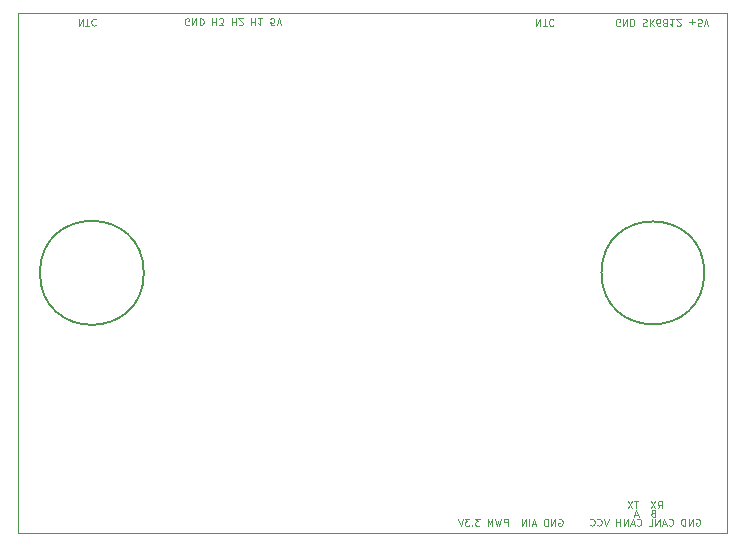
<source format=gbo>
G04 #@! TF.GenerationSoftware,KiCad,Pcbnew,5.1.4+dfsg1-1*
G04 #@! TF.CreationDate,2019-12-10T16:08:12+01:00*
G04 #@! TF.ProjectId,PAC5523,50414335-3532-4332-9e6b-696361645f70,rev?*
G04 #@! TF.SameCoordinates,Original*
G04 #@! TF.FileFunction,Legend,Bot*
G04 #@! TF.FilePolarity,Positive*
%FSLAX46Y46*%
G04 Gerber Fmt 4.6, Leading zero omitted, Abs format (unit mm)*
G04 Created by KiCad (PCBNEW 5.1.4+dfsg1-1) date 2019-12-10 16:08:12*
%MOMM*%
%LPD*%
G04 APERTURE LIST*
%ADD10C,0.100000*%
%ADD11C,0.150000*%
%ADD12C,0.050000*%
G04 APERTURE END LIST*
D10*
X25150000Y-23478571D02*
X25150000Y-24078571D01*
X25492857Y-23478571D01*
X25492857Y-24078571D01*
X25692857Y-24078571D02*
X26035714Y-24078571D01*
X25864285Y-23478571D02*
X25864285Y-24078571D01*
X26578571Y-23535714D02*
X26550000Y-23507142D01*
X26464285Y-23478571D01*
X26407142Y-23478571D01*
X26321428Y-23507142D01*
X26264285Y-23564285D01*
X26235714Y-23621428D01*
X26207142Y-23735714D01*
X26207142Y-23821428D01*
X26235714Y-23935714D01*
X26264285Y-23992857D01*
X26321428Y-24050000D01*
X26407142Y-24078571D01*
X26464285Y-24078571D01*
X26550000Y-24050000D01*
X26578571Y-24021428D01*
X34455714Y-24020000D02*
X34398571Y-24048571D01*
X34312857Y-24048571D01*
X34227142Y-24020000D01*
X34170000Y-23962857D01*
X34141428Y-23905714D01*
X34112857Y-23791428D01*
X34112857Y-23705714D01*
X34141428Y-23591428D01*
X34170000Y-23534285D01*
X34227142Y-23477142D01*
X34312857Y-23448571D01*
X34370000Y-23448571D01*
X34455714Y-23477142D01*
X34484285Y-23505714D01*
X34484285Y-23705714D01*
X34370000Y-23705714D01*
X34741428Y-23448571D02*
X34741428Y-24048571D01*
X35084285Y-23448571D01*
X35084285Y-24048571D01*
X35370000Y-23448571D02*
X35370000Y-24048571D01*
X35512857Y-24048571D01*
X35598571Y-24020000D01*
X35655714Y-23962857D01*
X35684285Y-23905714D01*
X35712857Y-23791428D01*
X35712857Y-23705714D01*
X35684285Y-23591428D01*
X35655714Y-23534285D01*
X35598571Y-23477142D01*
X35512857Y-23448571D01*
X35370000Y-23448571D01*
X36427142Y-23448571D02*
X36427142Y-24048571D01*
X36427142Y-23762857D02*
X36770000Y-23762857D01*
X36770000Y-23448571D02*
X36770000Y-24048571D01*
X36998571Y-24048571D02*
X37370000Y-24048571D01*
X37170000Y-23820000D01*
X37255714Y-23820000D01*
X37312857Y-23791428D01*
X37341428Y-23762857D01*
X37370000Y-23705714D01*
X37370000Y-23562857D01*
X37341428Y-23505714D01*
X37312857Y-23477142D01*
X37255714Y-23448571D01*
X37084285Y-23448571D01*
X37027142Y-23477142D01*
X36998571Y-23505714D01*
X38084285Y-23448571D02*
X38084285Y-24048571D01*
X38084285Y-23762857D02*
X38427142Y-23762857D01*
X38427142Y-23448571D02*
X38427142Y-24048571D01*
X38684285Y-23991428D02*
X38712857Y-24020000D01*
X38770000Y-24048571D01*
X38912857Y-24048571D01*
X38970000Y-24020000D01*
X38998571Y-23991428D01*
X39027142Y-23934285D01*
X39027142Y-23877142D01*
X38998571Y-23791428D01*
X38655714Y-23448571D01*
X39027142Y-23448571D01*
X39741428Y-23448571D02*
X39741428Y-24048571D01*
X39741428Y-23762857D02*
X40084285Y-23762857D01*
X40084285Y-23448571D02*
X40084285Y-24048571D01*
X40684285Y-23448571D02*
X40341428Y-23448571D01*
X40512857Y-23448571D02*
X40512857Y-24048571D01*
X40455714Y-23962857D01*
X40398571Y-23905714D01*
X40341428Y-23877142D01*
X41684285Y-24048571D02*
X41398571Y-24048571D01*
X41370000Y-23762857D01*
X41398571Y-23791428D01*
X41455714Y-23820000D01*
X41598571Y-23820000D01*
X41655714Y-23791428D01*
X41684285Y-23762857D01*
X41712857Y-23705714D01*
X41712857Y-23562857D01*
X41684285Y-23505714D01*
X41655714Y-23477142D01*
X41598571Y-23448571D01*
X41455714Y-23448571D01*
X41398571Y-23477142D01*
X41370000Y-23505714D01*
X41884285Y-24048571D02*
X42084285Y-23448571D01*
X42284285Y-24048571D01*
X63890000Y-23508571D02*
X63890000Y-24108571D01*
X64232857Y-23508571D01*
X64232857Y-24108571D01*
X64432857Y-24108571D02*
X64775714Y-24108571D01*
X64604285Y-23508571D02*
X64604285Y-24108571D01*
X65318571Y-23565714D02*
X65290000Y-23537142D01*
X65204285Y-23508571D01*
X65147142Y-23508571D01*
X65061428Y-23537142D01*
X65004285Y-23594285D01*
X64975714Y-23651428D01*
X64947142Y-23765714D01*
X64947142Y-23851428D01*
X64975714Y-23965714D01*
X65004285Y-24022857D01*
X65061428Y-24080000D01*
X65147142Y-24108571D01*
X65204285Y-24108571D01*
X65290000Y-24080000D01*
X65318571Y-24051428D01*
X70932857Y-24080000D02*
X70875714Y-24108571D01*
X70790000Y-24108571D01*
X70704285Y-24080000D01*
X70647142Y-24022857D01*
X70618571Y-23965714D01*
X70590000Y-23851428D01*
X70590000Y-23765714D01*
X70618571Y-23651428D01*
X70647142Y-23594285D01*
X70704285Y-23537142D01*
X70790000Y-23508571D01*
X70847142Y-23508571D01*
X70932857Y-23537142D01*
X70961428Y-23565714D01*
X70961428Y-23765714D01*
X70847142Y-23765714D01*
X71218571Y-23508571D02*
X71218571Y-24108571D01*
X71561428Y-23508571D01*
X71561428Y-24108571D01*
X71847142Y-23508571D02*
X71847142Y-24108571D01*
X71990000Y-24108571D01*
X72075714Y-24080000D01*
X72132857Y-24022857D01*
X72161428Y-23965714D01*
X72190000Y-23851428D01*
X72190000Y-23765714D01*
X72161428Y-23651428D01*
X72132857Y-23594285D01*
X72075714Y-23537142D01*
X71990000Y-23508571D01*
X71847142Y-23508571D01*
X72875714Y-23537142D02*
X72961428Y-23508571D01*
X73104285Y-23508571D01*
X73161428Y-23537142D01*
X73190000Y-23565714D01*
X73218571Y-23622857D01*
X73218571Y-23680000D01*
X73190000Y-23737142D01*
X73161428Y-23765714D01*
X73104285Y-23794285D01*
X72990000Y-23822857D01*
X72932857Y-23851428D01*
X72904285Y-23880000D01*
X72875714Y-23937142D01*
X72875714Y-23994285D01*
X72904285Y-24051428D01*
X72932857Y-24080000D01*
X72990000Y-24108571D01*
X73132857Y-24108571D01*
X73218571Y-24080000D01*
X73475714Y-23508571D02*
X73475714Y-24108571D01*
X73818571Y-23508571D02*
X73561428Y-23851428D01*
X73818571Y-24108571D02*
X73475714Y-23765714D01*
X74332857Y-24108571D02*
X74218571Y-24108571D01*
X74161428Y-24080000D01*
X74132857Y-24051428D01*
X74075714Y-23965714D01*
X74047142Y-23851428D01*
X74047142Y-23622857D01*
X74075714Y-23565714D01*
X74104285Y-23537142D01*
X74161428Y-23508571D01*
X74275714Y-23508571D01*
X74332857Y-23537142D01*
X74361428Y-23565714D01*
X74390000Y-23622857D01*
X74390000Y-23765714D01*
X74361428Y-23822857D01*
X74332857Y-23851428D01*
X74275714Y-23880000D01*
X74161428Y-23880000D01*
X74104285Y-23851428D01*
X74075714Y-23822857D01*
X74047142Y-23765714D01*
X74732857Y-23851428D02*
X74675714Y-23880000D01*
X74647142Y-23908571D01*
X74618571Y-23965714D01*
X74618571Y-23994285D01*
X74647142Y-24051428D01*
X74675714Y-24080000D01*
X74732857Y-24108571D01*
X74847142Y-24108571D01*
X74904285Y-24080000D01*
X74932857Y-24051428D01*
X74961428Y-23994285D01*
X74961428Y-23965714D01*
X74932857Y-23908571D01*
X74904285Y-23880000D01*
X74847142Y-23851428D01*
X74732857Y-23851428D01*
X74675714Y-23822857D01*
X74647142Y-23794285D01*
X74618571Y-23737142D01*
X74618571Y-23622857D01*
X74647142Y-23565714D01*
X74675714Y-23537142D01*
X74732857Y-23508571D01*
X74847142Y-23508571D01*
X74904285Y-23537142D01*
X74932857Y-23565714D01*
X74961428Y-23622857D01*
X74961428Y-23737142D01*
X74932857Y-23794285D01*
X74904285Y-23822857D01*
X74847142Y-23851428D01*
X75532857Y-23508571D02*
X75190000Y-23508571D01*
X75361428Y-23508571D02*
X75361428Y-24108571D01*
X75304285Y-24022857D01*
X75247142Y-23965714D01*
X75190000Y-23937142D01*
X75761428Y-24051428D02*
X75790000Y-24080000D01*
X75847142Y-24108571D01*
X75990000Y-24108571D01*
X76047142Y-24080000D01*
X76075714Y-24051428D01*
X76104285Y-23994285D01*
X76104285Y-23937142D01*
X76075714Y-23851428D01*
X75732857Y-23508571D01*
X76104285Y-23508571D01*
X76818571Y-23737142D02*
X77275714Y-23737142D01*
X77047142Y-23508571D02*
X77047142Y-23965714D01*
X77847142Y-24108571D02*
X77561428Y-24108571D01*
X77532857Y-23822857D01*
X77561428Y-23851428D01*
X77618571Y-23880000D01*
X77761428Y-23880000D01*
X77818571Y-23851428D01*
X77847142Y-23822857D01*
X77875714Y-23765714D01*
X77875714Y-23622857D01*
X77847142Y-23565714D01*
X77818571Y-23537142D01*
X77761428Y-23508571D01*
X77618571Y-23508571D01*
X77561428Y-23537142D01*
X77532857Y-23565714D01*
X78047142Y-24108571D02*
X78247142Y-23508571D01*
X78447142Y-24108571D01*
X74161428Y-64931428D02*
X74361428Y-64645714D01*
X74504285Y-64931428D02*
X74504285Y-64331428D01*
X74275714Y-64331428D01*
X74218571Y-64360000D01*
X74190000Y-64388571D01*
X74161428Y-64445714D01*
X74161428Y-64531428D01*
X74190000Y-64588571D01*
X74218571Y-64617142D01*
X74275714Y-64645714D01*
X74504285Y-64645714D01*
X73961428Y-64331428D02*
X73561428Y-64931428D01*
X73561428Y-64331428D02*
X73961428Y-64931428D01*
X72504285Y-64331428D02*
X72161428Y-64331428D01*
X72332857Y-64931428D02*
X72332857Y-64331428D01*
X72018571Y-64331428D02*
X71618571Y-64931428D01*
X71618571Y-64331428D02*
X72018571Y-64931428D01*
X73761428Y-65337142D02*
X73675714Y-65365714D01*
X73647142Y-65394285D01*
X73618571Y-65451428D01*
X73618571Y-65537142D01*
X73647142Y-65594285D01*
X73675714Y-65622857D01*
X73732857Y-65651428D01*
X73961428Y-65651428D01*
X73961428Y-65051428D01*
X73761428Y-65051428D01*
X73704285Y-65080000D01*
X73675714Y-65108571D01*
X73647142Y-65165714D01*
X73647142Y-65222857D01*
X73675714Y-65280000D01*
X73704285Y-65308571D01*
X73761428Y-65337142D01*
X73961428Y-65337142D01*
X72475714Y-65480000D02*
X72190000Y-65480000D01*
X72532857Y-65651428D02*
X72332857Y-65051428D01*
X72132857Y-65651428D01*
X77400000Y-65830000D02*
X77457142Y-65801428D01*
X77542857Y-65801428D01*
X77628571Y-65830000D01*
X77685714Y-65887142D01*
X77714285Y-65944285D01*
X77742857Y-66058571D01*
X77742857Y-66144285D01*
X77714285Y-66258571D01*
X77685714Y-66315714D01*
X77628571Y-66372857D01*
X77542857Y-66401428D01*
X77485714Y-66401428D01*
X77400000Y-66372857D01*
X77371428Y-66344285D01*
X77371428Y-66144285D01*
X77485714Y-66144285D01*
X77114285Y-66401428D02*
X77114285Y-65801428D01*
X76771428Y-66401428D01*
X76771428Y-65801428D01*
X76485714Y-66401428D02*
X76485714Y-65801428D01*
X76342857Y-65801428D01*
X76257142Y-65830000D01*
X76200000Y-65887142D01*
X76171428Y-65944285D01*
X76142857Y-66058571D01*
X76142857Y-66144285D01*
X76171428Y-66258571D01*
X76200000Y-66315714D01*
X76257142Y-66372857D01*
X76342857Y-66401428D01*
X76485714Y-66401428D01*
X75085714Y-66344285D02*
X75114285Y-66372857D01*
X75200000Y-66401428D01*
X75257142Y-66401428D01*
X75342857Y-66372857D01*
X75400000Y-66315714D01*
X75428571Y-66258571D01*
X75457142Y-66144285D01*
X75457142Y-66058571D01*
X75428571Y-65944285D01*
X75400000Y-65887142D01*
X75342857Y-65830000D01*
X75257142Y-65801428D01*
X75200000Y-65801428D01*
X75114285Y-65830000D01*
X75085714Y-65858571D01*
X74857142Y-66230000D02*
X74571428Y-66230000D01*
X74914285Y-66401428D02*
X74714285Y-65801428D01*
X74514285Y-66401428D01*
X74314285Y-66401428D02*
X74314285Y-65801428D01*
X73971428Y-66401428D01*
X73971428Y-65801428D01*
X73400000Y-66401428D02*
X73685714Y-66401428D01*
X73685714Y-65801428D01*
X72400000Y-66344285D02*
X72428571Y-66372857D01*
X72514285Y-66401428D01*
X72571428Y-66401428D01*
X72657142Y-66372857D01*
X72714285Y-66315714D01*
X72742857Y-66258571D01*
X72771428Y-66144285D01*
X72771428Y-66058571D01*
X72742857Y-65944285D01*
X72714285Y-65887142D01*
X72657142Y-65830000D01*
X72571428Y-65801428D01*
X72514285Y-65801428D01*
X72428571Y-65830000D01*
X72400000Y-65858571D01*
X72171428Y-66230000D02*
X71885714Y-66230000D01*
X72228571Y-66401428D02*
X72028571Y-65801428D01*
X71828571Y-66401428D01*
X71628571Y-66401428D02*
X71628571Y-65801428D01*
X71285714Y-66401428D01*
X71285714Y-65801428D01*
X71000000Y-66401428D02*
X71000000Y-65801428D01*
X71000000Y-66087142D02*
X70657142Y-66087142D01*
X70657142Y-66401428D02*
X70657142Y-65801428D01*
X70000000Y-65801428D02*
X69800000Y-66401428D01*
X69600000Y-65801428D01*
X69057142Y-66344285D02*
X69085714Y-66372857D01*
X69171428Y-66401428D01*
X69228571Y-66401428D01*
X69314285Y-66372857D01*
X69371428Y-66315714D01*
X69400000Y-66258571D01*
X69428571Y-66144285D01*
X69428571Y-66058571D01*
X69400000Y-65944285D01*
X69371428Y-65887142D01*
X69314285Y-65830000D01*
X69228571Y-65801428D01*
X69171428Y-65801428D01*
X69085714Y-65830000D01*
X69057142Y-65858571D01*
X68457142Y-66344285D02*
X68485714Y-66372857D01*
X68571428Y-66401428D01*
X68628571Y-66401428D01*
X68714285Y-66372857D01*
X68771428Y-66315714D01*
X68800000Y-66258571D01*
X68828571Y-66144285D01*
X68828571Y-66058571D01*
X68800000Y-65944285D01*
X68771428Y-65887142D01*
X68714285Y-65830000D01*
X68628571Y-65801428D01*
X68571428Y-65801428D01*
X68485714Y-65830000D01*
X68457142Y-65858571D01*
X65762857Y-65850000D02*
X65820000Y-65821428D01*
X65905714Y-65821428D01*
X65991428Y-65850000D01*
X66048571Y-65907142D01*
X66077142Y-65964285D01*
X66105714Y-66078571D01*
X66105714Y-66164285D01*
X66077142Y-66278571D01*
X66048571Y-66335714D01*
X65991428Y-66392857D01*
X65905714Y-66421428D01*
X65848571Y-66421428D01*
X65762857Y-66392857D01*
X65734285Y-66364285D01*
X65734285Y-66164285D01*
X65848571Y-66164285D01*
X65477142Y-66421428D02*
X65477142Y-65821428D01*
X65134285Y-66421428D01*
X65134285Y-65821428D01*
X64848571Y-66421428D02*
X64848571Y-65821428D01*
X64705714Y-65821428D01*
X64620000Y-65850000D01*
X64562857Y-65907142D01*
X64534285Y-65964285D01*
X64505714Y-66078571D01*
X64505714Y-66164285D01*
X64534285Y-66278571D01*
X64562857Y-66335714D01*
X64620000Y-66392857D01*
X64705714Y-66421428D01*
X64848571Y-66421428D01*
X63820000Y-66250000D02*
X63534285Y-66250000D01*
X63877142Y-66421428D02*
X63677142Y-65821428D01*
X63477142Y-66421428D01*
X63277142Y-66421428D02*
X63277142Y-65821428D01*
X62991428Y-66421428D02*
X62991428Y-65821428D01*
X62648571Y-66421428D01*
X62648571Y-65821428D01*
X61448571Y-66421428D02*
X61448571Y-65821428D01*
X61220000Y-65821428D01*
X61162857Y-65850000D01*
X61134285Y-65878571D01*
X61105714Y-65935714D01*
X61105714Y-66021428D01*
X61134285Y-66078571D01*
X61162857Y-66107142D01*
X61220000Y-66135714D01*
X61448571Y-66135714D01*
X60905714Y-65821428D02*
X60762857Y-66421428D01*
X60648571Y-65992857D01*
X60534285Y-66421428D01*
X60391428Y-65821428D01*
X60162857Y-66421428D02*
X60162857Y-65821428D01*
X59962857Y-66250000D01*
X59762857Y-65821428D01*
X59762857Y-66421428D01*
X59077142Y-65821428D02*
X58705714Y-65821428D01*
X58905714Y-66050000D01*
X58820000Y-66050000D01*
X58762857Y-66078571D01*
X58734285Y-66107142D01*
X58705714Y-66164285D01*
X58705714Y-66307142D01*
X58734285Y-66364285D01*
X58762857Y-66392857D01*
X58820000Y-66421428D01*
X58991428Y-66421428D01*
X59048571Y-66392857D01*
X59077142Y-66364285D01*
X58448571Y-66364285D02*
X58420000Y-66392857D01*
X58448571Y-66421428D01*
X58477142Y-66392857D01*
X58448571Y-66364285D01*
X58448571Y-66421428D01*
X58220000Y-65821428D02*
X57848571Y-65821428D01*
X58048571Y-66050000D01*
X57962857Y-66050000D01*
X57905714Y-66078571D01*
X57877142Y-66107142D01*
X57848571Y-66164285D01*
X57848571Y-66307142D01*
X57877142Y-66364285D01*
X57905714Y-66392857D01*
X57962857Y-66421428D01*
X58134285Y-66421428D01*
X58191428Y-66392857D01*
X58220000Y-66364285D01*
X57677142Y-65821428D02*
X57477142Y-66421428D01*
X57277142Y-65821428D01*
D11*
X30650284Y-45000000D02*
G75*
G03X30650284Y-45000000I-4400284J0D01*
G01*
X78104595Y-45000000D02*
G75*
G03X78104595Y-45000000I-4354595J0D01*
G01*
D12*
X20000000Y-23000000D02*
X80000000Y-23000000D01*
X20000000Y-67000000D02*
X20000000Y-23000000D01*
X80000000Y-67000000D02*
X20000000Y-67000000D01*
X80000000Y-23000000D02*
X80000000Y-67000000D01*
M02*

</source>
